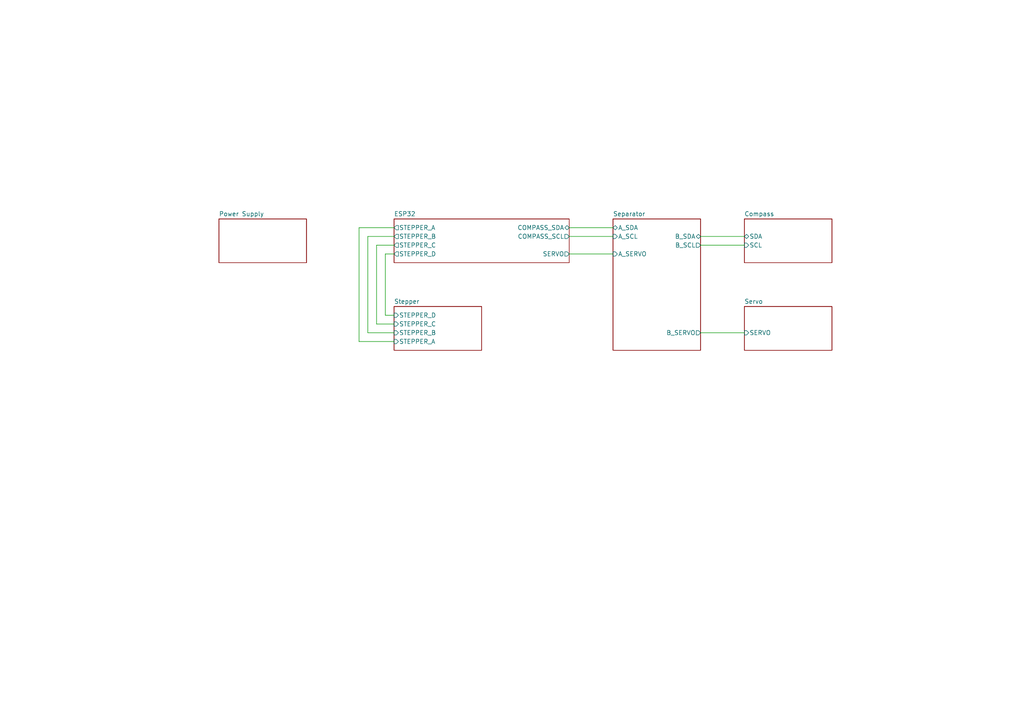
<source format=kicad_sch>
(kicad_sch (version 20230121) (generator eeschema)

  (uuid c978750c-b285-44b2-8d41-37a456977bcd)

  (paper "A4")

  (title_block
    (title "ISSptr")
    (date "July 2024")
    (rev "v1")
  )

  (lib_symbols
  )


  (wire (pts (xy 203.2 96.52) (xy 215.9 96.52))
    (stroke (width 0) (type default))
    (uuid 11a14ba8-dca0-498e-b276-88a1b9513bb6)
  )
  (wire (pts (xy 114.3 71.12) (xy 109.22 71.12))
    (stroke (width 0) (type default))
    (uuid 2fb6ac1b-e5e7-4071-a9c4-2bdb905eac19)
  )
  (wire (pts (xy 203.2 68.58) (xy 215.9 68.58))
    (stroke (width 0) (type default))
    (uuid 34379c01-0c84-4d3b-9249-4fc253bc5e2f)
  )
  (wire (pts (xy 114.3 91.44) (xy 111.76 91.44))
    (stroke (width 0) (type default))
    (uuid 36c023af-4b41-4778-a47a-0adac42068ed)
  )
  (wire (pts (xy 104.14 66.04) (xy 104.14 99.06))
    (stroke (width 0) (type default))
    (uuid 3727d9a2-3e66-462e-a9db-e7705c70fe82)
  )
  (wire (pts (xy 165.1 68.58) (xy 177.8 68.58))
    (stroke (width 0) (type default))
    (uuid 43e3edbf-6e1a-42c2-bb4f-6ff1204890f3)
  )
  (wire (pts (xy 111.76 91.44) (xy 111.76 73.66))
    (stroke (width 0) (type default))
    (uuid 64c72af7-09eb-4117-9be5-1bdd5d48348f)
  )
  (wire (pts (xy 203.2 71.12) (xy 215.9 71.12))
    (stroke (width 0) (type default))
    (uuid 67fd1378-20cf-48b7-b485-5e24a3f59598)
  )
  (wire (pts (xy 111.76 73.66) (xy 114.3 73.66))
    (stroke (width 0) (type default))
    (uuid 84bb5898-ae61-45c8-9e05-cb7697e773e4)
  )
  (wire (pts (xy 104.14 99.06) (xy 114.3 99.06))
    (stroke (width 0) (type default))
    (uuid a5341434-162c-45dc-aa2a-0a48c5094730)
  )
  (wire (pts (xy 106.68 96.52) (xy 114.3 96.52))
    (stroke (width 0) (type default))
    (uuid a8a48dc1-1084-4359-9b16-368d3a191773)
  )
  (wire (pts (xy 114.3 66.04) (xy 104.14 66.04))
    (stroke (width 0) (type default))
    (uuid b14bf284-7771-472c-826e-19d9db5bc514)
  )
  (wire (pts (xy 114.3 68.58) (xy 106.68 68.58))
    (stroke (width 0) (type default))
    (uuid c5c832ac-77f2-43cb-9067-675d4792989e)
  )
  (wire (pts (xy 165.1 66.04) (xy 177.8 66.04))
    (stroke (width 0) (type default))
    (uuid cfce39c8-393a-4382-8344-aa2184c8480f)
  )
  (wire (pts (xy 106.68 68.58) (xy 106.68 96.52))
    (stroke (width 0) (type default))
    (uuid f15e4e62-ec81-4ef2-908c-4c44969a7f9e)
  )
  (wire (pts (xy 165.1 73.66) (xy 177.8 73.66))
    (stroke (width 0) (type default))
    (uuid f2145b5f-2182-4bfe-bcb1-e4e371fbc598)
  )
  (wire (pts (xy 109.22 93.98) (xy 114.3 93.98))
    (stroke (width 0) (type default))
    (uuid f28c42ec-043e-4474-8274-11397193a08f)
  )
  (wire (pts (xy 109.22 71.12) (xy 109.22 93.98))
    (stroke (width 0) (type default))
    (uuid f622fbc9-07d4-45f3-a27c-a8aea747a2df)
  )

  (sheet (at 215.9 63.5) (size 25.4 12.7) (fields_autoplaced)
    (stroke (width 0.1524) (type solid))
    (fill (color 0 0 0 0.0000))
    (uuid 2ca1998a-5442-4c98-881c-f4e393a0109c)
    (property "Sheetname" "Compass" (at 215.9 62.7884 0)
      (effects (font (size 1.27 1.27)) (justify left bottom))
    )
    (property "Sheetfile" "Compass.kicad_sch" (at 215.9 76.7846 0)
      (effects (font (size 1.27 1.27)) (justify left top) hide)
    )
    (pin "SDA" bidirectional (at 215.9 68.58 180)
      (effects (font (size 1.27 1.27)) (justify left))
      (uuid 07726603-bc3c-4ebc-8948-f3ed77155df2)
    )
    (pin "SCL" input (at 215.9 71.12 180)
      (effects (font (size 1.27 1.27)) (justify left))
      (uuid c4ce2023-9cd3-4859-a4c7-1f9e540d986c)
    )
    (instances
      (project "ISSptr"
        (path "/c978750c-b285-44b2-8d41-37a456977bcd" (page "4"))
      )
    )
  )

  (sheet (at 114.3 63.5) (size 50.8 12.7) (fields_autoplaced)
    (stroke (width 0.1524) (type solid))
    (fill (color 0 0 0 0.0000))
    (uuid 4bb04888-d5d1-4b7b-98aa-f56c964ca5d9)
    (property "Sheetname" "ESP32" (at 114.3 62.7884 0)
      (effects (font (size 1.27 1.27)) (justify left bottom))
    )
    (property "Sheetfile" "ESP32.kicad_sch" (at 114.3 76.7846 0)
      (effects (font (size 1.27 1.27)) (justify left top) hide)
    )
    (pin "STEPPER_C" output (at 114.3 71.12 180)
      (effects (font (size 1.27 1.27)) (justify left))
      (uuid 04f10c4f-180e-4139-884e-2caea8336fef)
    )
    (pin "STEPPER_A" output (at 114.3 66.04 180)
      (effects (font (size 1.27 1.27)) (justify left))
      (uuid a1c39ae6-94ee-4358-b8f2-4a94d757b30f)
    )
    (pin "COMPASS_SDA" bidirectional (at 165.1 66.04 0)
      (effects (font (size 1.27 1.27)) (justify right))
      (uuid 8bf78756-3417-438e-823b-297f1b4c2097)
    )
    (pin "COMPASS_SCL" output (at 165.1 68.58 0)
      (effects (font (size 1.27 1.27)) (justify right))
      (uuid 097ecd22-7913-40fd-8b90-1516558a17d3)
    )
    (pin "STEPPER_B" output (at 114.3 68.58 180)
      (effects (font (size 1.27 1.27)) (justify left))
      (uuid 981fab10-9b18-410f-bd2f-f93dfc1795f0)
    )
    (pin "STEPPER_D" output (at 114.3 73.66 180)
      (effects (font (size 1.27 1.27)) (justify left))
      (uuid 90fbca3b-59fb-4824-a57e-1f9c08239ddd)
    )
    (pin "SERVO" output (at 165.1 73.66 0)
      (effects (font (size 1.27 1.27)) (justify right))
      (uuid 0c209c59-b1e3-4bd4-83f8-2d11f21ca7ec)
    )
    (instances
      (project "ISSptr"
        (path "/c978750c-b285-44b2-8d41-37a456977bcd" (page "3"))
      )
    )
  )

  (sheet (at 215.9 88.9) (size 25.4 12.7) (fields_autoplaced)
    (stroke (width 0.1524) (type solid))
    (fill (color 0 0 0 0.0000))
    (uuid 6312e27f-09b4-4a8c-98e1-124dfb1b8b7c)
    (property "Sheetname" "Servo" (at 215.9 88.1884 0)
      (effects (font (size 1.27 1.27)) (justify left bottom))
    )
    (property "Sheetfile" "Servo.kicad_sch" (at 215.9 102.1846 0)
      (effects (font (size 1.27 1.27)) (justify left top) hide)
    )
    (pin "SERVO" input (at 215.9 96.52 180)
      (effects (font (size 1.27 1.27)) (justify left))
      (uuid 6a0abc49-d717-4cbf-8f4d-3d8abca4f788)
    )
    (instances
      (project "ISSptr"
        (path "/c978750c-b285-44b2-8d41-37a456977bcd" (page "6"))
      )
    )
  )

  (sheet (at 63.5 63.5) (size 25.4 12.7) (fields_autoplaced)
    (stroke (width 0.1524) (type solid))
    (fill (color 0 0 0 0.0000))
    (uuid dcaee2ef-54e3-49e6-b4b9-4c41b518fa80)
    (property "Sheetname" "Power Supply" (at 63.5 62.7884 0)
      (effects (font (size 1.27 1.27)) (justify left bottom))
    )
    (property "Sheetfile" "PowerSupply.kicad_sch" (at 63.5 76.7846 0)
      (effects (font (size 1.27 1.27)) (justify left top) hide)
    )
    (instances
      (project "ISSptr"
        (path "/c978750c-b285-44b2-8d41-37a456977bcd" (page "2"))
      )
    )
  )

  (sheet (at 114.3 88.9) (size 25.4 12.7) (fields_autoplaced)
    (stroke (width 0.1524) (type solid))
    (fill (color 0 0 0 0.0000))
    (uuid f4a1c357-f969-4a11-a296-8eff26bf6bb6)
    (property "Sheetname" "Stepper" (at 114.3 88.1884 0)
      (effects (font (size 1.27 1.27)) (justify left bottom))
    )
    (property "Sheetfile" "Stepper.kicad_sch" (at 114.3 102.1846 0)
      (effects (font (size 1.27 1.27)) (justify left top) hide)
    )
    (pin "STEPPER_A" input (at 114.3 99.06 180)
      (effects (font (size 1.27 1.27)) (justify left))
      (uuid c6e4b7c8-9e7e-4860-80fd-ed4acf729d45)
    )
    (pin "STEPPER_B" input (at 114.3 96.52 180)
      (effects (font (size 1.27 1.27)) (justify left))
      (uuid 58e79c15-0771-4214-910f-aa04106da5b0)
    )
    (pin "STEPPER_C" input (at 114.3 93.98 180)
      (effects (font (size 1.27 1.27)) (justify left))
      (uuid 53487e88-93d6-4ab6-9dd7-7d43c5f0e990)
    )
    (pin "STEPPER_D" input (at 114.3 91.44 180)
      (effects (font (size 1.27 1.27)) (justify left))
      (uuid 6b39fd09-1aa5-41f8-b0bc-45d4c29d216c)
    )
    (instances
      (project "ISSptr"
        (path "/c978750c-b285-44b2-8d41-37a456977bcd" (page "5"))
      )
    )
  )

  (sheet (at 177.8 63.5) (size 25.4 38.1) (fields_autoplaced)
    (stroke (width 0.1524) (type solid))
    (fill (color 0 0 0 0.0000))
    (uuid fc6af4d0-251f-4908-9d3e-0df25c48aee5)
    (property "Sheetname" "Separator" (at 177.8 62.7884 0)
      (effects (font (size 1.27 1.27)) (justify left bottom))
    )
    (property "Sheetfile" "Separator.kicad_sch" (at 177.8 102.1846 0)
      (effects (font (size 1.27 1.27)) (justify left top) hide)
    )
    (pin "A_SCL" input (at 177.8 68.58 180)
      (effects (font (size 1.27 1.27)) (justify left))
      (uuid d6219417-3d35-497b-a2a4-f7fd5cee89c6)
    )
    (pin "A_SERVO" input (at 177.8 73.66 180)
      (effects (font (size 1.27 1.27)) (justify left))
      (uuid 797e9c66-c342-462b-ad4f-33d854d848d9)
    )
    (pin "A_SDA" bidirectional (at 177.8 66.04 180)
      (effects (font (size 1.27 1.27)) (justify left))
      (uuid 5aae1a35-4d5d-49bd-b70d-f4f57716f052)
    )
    (pin "B_SCL" output (at 203.2 71.12 0)
      (effects (font (size 1.27 1.27)) (justify right))
      (uuid f0b135c0-9bf3-42ba-b6a5-10572e149e97)
    )
    (pin "B_SERVO" output (at 203.2 96.52 0)
      (effects (font (size 1.27 1.27)) (justify right))
      (uuid 2dbd9e4b-f66d-488e-9de5-7030e01e024c)
    )
    (pin "B_SDA" bidirectional (at 203.2 68.58 0)
      (effects (font (size 1.27 1.27)) (justify right))
      (uuid 839af466-9b1b-4db2-b63b-e7b9a17f28e3)
    )
    (instances
      (project "ISSptr"
        (path "/c978750c-b285-44b2-8d41-37a456977bcd" (page "7"))
      )
    )
  )

  (sheet_instances
    (path "/" (page "1"))
  )
)

</source>
